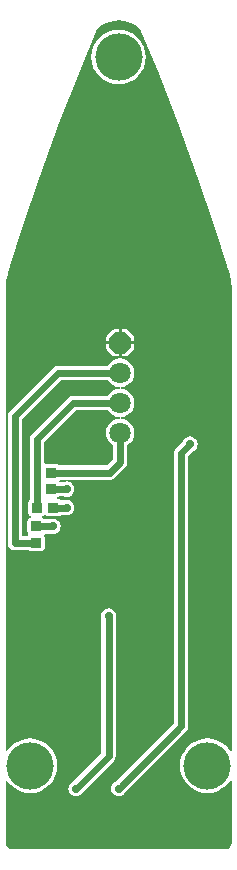
<source format=gbl>
G04 Layer_Physical_Order=2*
G04 Layer_Color=16711680*
%FSLAX44Y44*%
%MOMM*%
G71*
G01*
G75*
%ADD12R,0.8500X0.8500*%
%ADD13R,0.8500X0.8500*%
%ADD16C,0.6000*%
%ADD18P,1.9483X8X292.5*%
%ADD19C,1.8000*%
%ADD20C,4.0000*%
%ADD21C,0.7000*%
G36*
X104157Y705891D02*
X108212Y704917D01*
X112065Y703321D01*
X115621Y701142D01*
X118200Y698940D01*
X132977Y663263D01*
X150152Y619175D01*
X166387Y574732D01*
X181675Y529955D01*
X191845Y497963D01*
X192138Y497043D01*
X192138D01*
X192247Y496780D01*
X192649Y495596D01*
X193993Y491636D01*
X195298Y485075D01*
X195639Y479874D01*
X195639Y479874D01*
X195639D01*
X195646Y479867D01*
Y87778D01*
X194414Y87469D01*
X194216Y87840D01*
X191342Y91342D01*
X187840Y94216D01*
X183844Y96352D01*
X179509Y97667D01*
X175000Y98111D01*
X170491Y97667D01*
X166156Y96352D01*
X162160Y94216D01*
X158658Y91342D01*
X155784Y87840D01*
X153648Y83844D01*
X152333Y79509D01*
X151889Y75000D01*
X152333Y70491D01*
X153648Y66156D01*
X155784Y62160D01*
X158658Y58658D01*
X162160Y55784D01*
X166156Y53648D01*
X170491Y52333D01*
X175000Y51889D01*
X179509Y52333D01*
X183844Y53648D01*
X187840Y55784D01*
X191342Y58658D01*
X194216Y62160D01*
X194414Y62531D01*
X195646Y62222D01*
Y10000D01*
X195680Y9833D01*
X195278Y7814D01*
X194040Y5960D01*
X192186Y4722D01*
X190167Y4320D01*
X190000Y4354D01*
X10000D01*
X9833Y4320D01*
X7814Y4722D01*
X5960Y5960D01*
X4722Y7814D01*
X4320Y9833D01*
X4354Y10000D01*
Y62222D01*
X5586Y62531D01*
X5784Y62160D01*
X8658Y58658D01*
X12160Y55784D01*
X16156Y53648D01*
X20491Y52333D01*
X25000Y51889D01*
X29509Y52333D01*
X33844Y53648D01*
X37840Y55784D01*
X41342Y58658D01*
X44216Y62160D01*
X46352Y66156D01*
X47667Y70491D01*
X48111Y75000D01*
X47667Y79509D01*
X46352Y83844D01*
X44216Y87840D01*
X41342Y91342D01*
X37840Y94216D01*
X33844Y96352D01*
X29509Y97667D01*
X25000Y98111D01*
X20491Y97667D01*
X16156Y96352D01*
X12160Y94216D01*
X8658Y91342D01*
X5784Y87840D01*
X5586Y87469D01*
X4354Y87778D01*
Y479867D01*
X4361Y479874D01*
X4361Y479874D01*
X4361Y479874D01*
X4702Y485075D01*
X6007Y491636D01*
X7443Y495865D01*
X7862Y497043D01*
X7862Y497043D01*
X7862Y497043D01*
X8155Y497963D01*
X18325Y529955D01*
X33613Y574732D01*
X49848Y619175D01*
X67023Y663263D01*
X81800Y698940D01*
X84379Y701142D01*
X87935Y703321D01*
X91788Y704917D01*
X95843Y705891D01*
X100000Y706218D01*
X104157Y705891D01*
D02*
G37*
%LPC*%
G36*
X160250Y353806D02*
X158553Y353583D01*
X156972Y352928D01*
X155614Y351886D01*
X154572Y350528D01*
X154357Y350009D01*
X148674Y344326D01*
X147348Y342341D01*
X146882Y340000D01*
Y111284D01*
X97241Y61643D01*
X96722Y61428D01*
X95364Y60386D01*
X94322Y59028D01*
X93667Y57447D01*
X93444Y55750D01*
X93667Y54053D01*
X94322Y52472D01*
X95364Y51114D01*
X96722Y50072D01*
X98303Y49417D01*
X100000Y49194D01*
X101697Y49417D01*
X103278Y50072D01*
X104636Y51114D01*
X105678Y52472D01*
X105893Y52991D01*
X157326Y104424D01*
X158652Y106409D01*
X159117Y108750D01*
Y337466D01*
X163009Y341357D01*
X163528Y341572D01*
X164886Y342614D01*
X165928Y343972D01*
X166583Y345553D01*
X166806Y347250D01*
X166583Y348947D01*
X165928Y350528D01*
X164886Y351886D01*
X163528Y352928D01*
X161947Y353583D01*
X160250Y353806D01*
D02*
G37*
G36*
X101250Y419854D02*
X98117Y419441D01*
X95198Y418232D01*
X92691Y416309D01*
X90819Y413867D01*
X49000D01*
X46659Y413402D01*
X44674Y412076D01*
X7924Y375326D01*
X6598Y373341D01*
X6133Y371000D01*
Y263750D01*
X6598Y261409D01*
X7924Y259424D01*
X9909Y258098D01*
X12250Y257633D01*
X23390D01*
X23587Y257337D01*
X24580Y256674D01*
X25750Y256441D01*
X34250D01*
X35420Y256674D01*
X36413Y257337D01*
X37076Y258330D01*
X37309Y259500D01*
Y268000D01*
X37076Y269170D01*
X36413Y270163D01*
Y270444D01*
X37561Y271632D01*
X42034D01*
X42553Y271417D01*
X44250Y271194D01*
X45947Y271417D01*
X47528Y272072D01*
X48886Y273114D01*
X49928Y274472D01*
X50583Y276053D01*
X50806Y277750D01*
X50583Y279447D01*
X49928Y281028D01*
X48886Y282386D01*
X47528Y283428D01*
X45947Y284083D01*
X44250Y284306D01*
X42553Y284083D01*
X42034Y283867D01*
X36610D01*
X36413Y284163D01*
X35420Y284826D01*
X34942Y284921D01*
X35000Y286191D01*
X36170Y286424D01*
X37163Y287087D01*
X38337D01*
X39330Y286424D01*
X40500Y286191D01*
X49000D01*
X50170Y286424D01*
X51163Y287087D01*
X51360Y287382D01*
X53784D01*
X54303Y287167D01*
X56000Y286944D01*
X57697Y287167D01*
X59278Y287822D01*
X60636Y288864D01*
X61678Y290222D01*
X62333Y291803D01*
X62556Y293500D01*
X62333Y295197D01*
X61678Y296778D01*
X60636Y298136D01*
X59278Y299178D01*
X57697Y299833D01*
X56000Y300056D01*
X54303Y299833D01*
X53784Y299618D01*
X51360D01*
X51163Y299913D01*
X50170Y300576D01*
X49000Y300809D01*
X47817D01*
X47691Y302079D01*
X48170Y302174D01*
X49163Y302837D01*
X49360Y303132D01*
X53784D01*
X54303Y302917D01*
X56000Y302694D01*
X57697Y302917D01*
X59278Y303572D01*
X60636Y304614D01*
X61678Y305972D01*
X62333Y307553D01*
X62556Y309250D01*
X62333Y310947D01*
X61678Y312528D01*
X60636Y313886D01*
X59278Y314928D01*
X57697Y315583D01*
X56000Y315806D01*
X54303Y315583D01*
X53784Y315368D01*
X50291D01*
X49757Y316250D01*
X50291Y317132D01*
X92500D01*
X94841Y317598D01*
X96826Y318924D01*
X105576Y327674D01*
X106902Y329659D01*
X107368Y332000D01*
Y346519D01*
X109809Y348391D01*
X111732Y350898D01*
X112941Y353817D01*
X113354Y356950D01*
X112941Y360083D01*
X111732Y363002D01*
X109809Y365508D01*
X107302Y367432D01*
X104383Y368641D01*
X102155Y368934D01*
X101584Y369010D01*
Y370290D01*
X102155Y370366D01*
X104383Y370659D01*
X107302Y371868D01*
X109809Y373792D01*
X111732Y376298D01*
X112941Y379217D01*
X113354Y382350D01*
X112941Y385483D01*
X111732Y388402D01*
X109809Y390909D01*
X107302Y392832D01*
X104383Y394041D01*
X102155Y394334D01*
X101584Y394410D01*
Y395690D01*
X102155Y395766D01*
X104383Y396059D01*
X107302Y397268D01*
X109809Y399192D01*
X111732Y401698D01*
X112941Y404617D01*
X113354Y407750D01*
X112941Y410883D01*
X111732Y413802D01*
X109809Y416309D01*
X107302Y418232D01*
X104383Y419441D01*
X101250Y419854D01*
D02*
G37*
G36*
X91500Y208306D02*
X89803Y208083D01*
X88222Y207428D01*
X86864Y206386D01*
X85822Y205028D01*
X85167Y203447D01*
X84944Y201750D01*
X85167Y200053D01*
X85382Y199534D01*
Y85784D01*
X61241Y61643D01*
X60722Y61428D01*
X59364Y60386D01*
X58322Y59028D01*
X57667Y57447D01*
X57444Y55750D01*
X57667Y54053D01*
X58322Y52472D01*
X59364Y51114D01*
X60722Y50072D01*
X62303Y49417D01*
X64000Y49194D01*
X65697Y49417D01*
X67278Y50072D01*
X68636Y51114D01*
X69678Y52472D01*
X69893Y52991D01*
X95826Y78924D01*
X97152Y80909D01*
X97618Y83250D01*
Y199534D01*
X97833Y200053D01*
X98056Y201750D01*
X97833Y203447D01*
X97178Y205028D01*
X96136Y206386D01*
X94778Y207428D01*
X93197Y208083D01*
X91500Y208306D01*
D02*
G37*
G36*
X99980Y431880D02*
X89660D01*
Y428650D01*
X89857Y427659D01*
X90419Y426819D01*
X94919Y422319D01*
X95759Y421757D01*
X96750Y421560D01*
X99980D01*
Y431880D01*
D02*
G37*
G36*
X105750Y444740D02*
X102520D01*
Y434420D01*
X112840D01*
Y437650D01*
X112643Y438641D01*
X112081Y439481D01*
X107581Y443981D01*
X106741Y444543D01*
X105750Y444740D01*
D02*
G37*
G36*
X100000Y698111D02*
X95491Y697667D01*
X91156Y696352D01*
X87160Y694216D01*
X83658Y691342D01*
X80784Y687840D01*
X78648Y683844D01*
X77333Y679509D01*
X76889Y675000D01*
X77333Y670491D01*
X78648Y666156D01*
X80784Y662160D01*
X83658Y658658D01*
X87160Y655784D01*
X91156Y653648D01*
X95491Y652333D01*
X100000Y651889D01*
X104509Y652333D01*
X108844Y653648D01*
X112840Y655784D01*
X116342Y658658D01*
X119216Y662160D01*
X121352Y666156D01*
X122667Y670491D01*
X123111Y675000D01*
X122667Y679509D01*
X121352Y683844D01*
X119216Y687840D01*
X116342Y691342D01*
X112840Y694216D01*
X108844Y696352D01*
X104509Y697667D01*
X100000Y698111D01*
D02*
G37*
G36*
X112840Y431880D02*
X102520D01*
Y421560D01*
X105750D01*
X106741Y421757D01*
X107581Y422319D01*
X112081Y426819D01*
X112643Y427659D01*
X112840Y428650D01*
Y431880D01*
D02*
G37*
G36*
X99980Y444740D02*
X96750D01*
X95759Y444543D01*
X94919Y443981D01*
X90419Y439481D01*
X89857Y438641D01*
X89660Y437650D01*
Y434420D01*
X99980D01*
Y444740D01*
D02*
G37*
%LPD*%
G36*
X92691Y373792D02*
X95198Y371868D01*
X98117Y370659D01*
X100345Y370366D01*
X100916Y370290D01*
Y369010D01*
X100345Y368934D01*
X98117Y368641D01*
X95198Y367432D01*
X92691Y365508D01*
X90768Y363002D01*
X89559Y360083D01*
X89146Y356950D01*
X89559Y353817D01*
X90768Y350898D01*
X92691Y348391D01*
X95133Y346519D01*
Y334534D01*
X89966Y329367D01*
X49360D01*
X49163Y329663D01*
X48170Y330326D01*
X47000Y330559D01*
X38500D01*
X38138Y330487D01*
X36867Y331428D01*
Y349216D01*
X63884Y376232D01*
X90819D01*
X92691Y373792D01*
D02*
G37*
G36*
Y399192D02*
X95198Y397268D01*
X98117Y396059D01*
X100345Y395766D01*
X100916Y395690D01*
Y394410D01*
X100345Y394334D01*
X98117Y394041D01*
X95198Y392832D01*
X92691Y390909D01*
X90819Y388467D01*
X61350D01*
X59009Y388002D01*
X57024Y386676D01*
X26424Y356076D01*
X25098Y354091D01*
X24632Y351750D01*
Y300110D01*
X24337Y299913D01*
X23674Y298920D01*
X23441Y297750D01*
Y289250D01*
X23674Y288079D01*
X24337Y287087D01*
X25329Y286424D01*
X25808Y286329D01*
X25750Y285059D01*
X24580Y284826D01*
X23587Y284163D01*
X22924Y283171D01*
X22691Y282000D01*
Y273500D01*
X22924Y272330D01*
X23587Y271337D01*
X23424Y269919D01*
X23390Y269867D01*
X18368D01*
Y368466D01*
X51534Y401632D01*
X90819D01*
X92691Y399192D01*
D02*
G37*
D12*
X30000Y277750D02*
D03*
Y263750D02*
D03*
X42750Y309250D02*
D03*
Y323250D02*
D03*
D13*
X44750Y293500D02*
D03*
X30750D02*
D03*
D16*
X44750D02*
X56000D01*
X42750Y309250D02*
X56000D01*
X30000Y277750D02*
X44250D01*
X30000Y277750D02*
X30000Y277750D01*
X42750Y323250D02*
X92500D01*
X101250Y332000D01*
Y356950D01*
X30750Y293500D02*
Y351750D01*
X61350Y382350D01*
X101250D01*
X12250Y263750D02*
X30000D01*
X12250D02*
Y371000D01*
X49000Y407750D01*
X101250D01*
X91500Y83250D02*
Y201750D01*
X64000Y55750D02*
X91500Y83250D01*
X100000Y55750D02*
X153000Y108750D01*
Y340000D01*
X160250Y347250D01*
D18*
X101250Y433150D02*
D03*
D19*
Y407750D02*
D03*
Y382350D02*
D03*
Y356950D02*
D03*
D20*
X25000Y75000D02*
D03*
X175000D02*
D03*
X100000Y675000D02*
D03*
D21*
X44250Y277750D02*
D03*
X56000Y309250D02*
D03*
Y293500D02*
D03*
X64000Y55750D02*
D03*
X91500Y201750D02*
D03*
X160250Y347250D02*
D03*
X100000Y55750D02*
D03*
M02*

</source>
